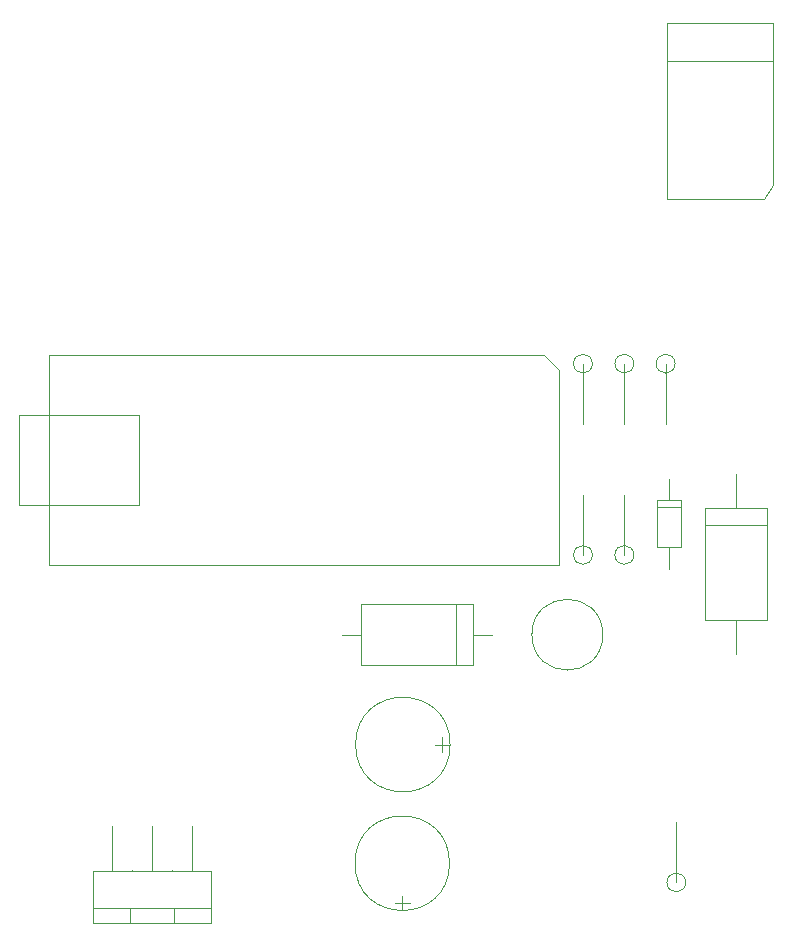
<source format=gbr>
G04 #@! TF.GenerationSoftware,KiCad,Pcbnew,(5.0.0)*
G04 #@! TF.CreationDate,2018-10-03T13:11:40+02:00*
G04 #@! TF.ProjectId,OpenSpritzer_1.02,4F70656E53707269747A65725F312E30,rev?*
G04 #@! TF.SameCoordinates,Original*
G04 #@! TF.FileFunction,Other,Fab,Top*
%FSLAX46Y46*%
G04 Gerber Fmt 4.6, Leading zero omitted, Abs format (unit mm)*
G04 Created by KiCad (PCBNEW (5.0.0)) date 10/03/18 13:11:40*
%MOMM*%
%LPD*%
G01*
G04 APERTURE LIST*
%ADD10C,0.100000*%
%ADD11C,0.150000*%
G04 APERTURE END LIST*
D10*
G04 #@! TO.C,*
X161600000Y-86870000D02*
X161600000Y-73170000D01*
X152600000Y-88050000D02*
X160850000Y-88050000D01*
X152600000Y-73170000D02*
X152600000Y-88050000D01*
X161600000Y-73170000D02*
X152600000Y-73170000D01*
X161600000Y-76350000D02*
X152600000Y-76350000D01*
X161605425Y-86866787D02*
X160850000Y-88050000D01*
X136200000Y-127550000D02*
X136200000Y-122350000D01*
X136200000Y-122350000D02*
X126700000Y-122350000D01*
X126700000Y-122350000D02*
X126700000Y-127550000D01*
X126700000Y-127550000D02*
X136200000Y-127550000D01*
X137800000Y-124950000D02*
X136200000Y-124950000D01*
X125100000Y-124950000D02*
X126700000Y-124950000D01*
X134775000Y-127550000D02*
X134775000Y-122350000D01*
X134200000Y-144300000D02*
G75*
G03X134200000Y-144300000I-4000000J0D01*
G01*
X130200000Y-148250000D02*
X130200000Y-147050000D01*
X129550000Y-147650000D02*
X130850000Y-147650000D01*
X145500000Y-102000000D02*
X145500000Y-107080000D01*
X146300000Y-102000000D02*
G75*
G03X146300000Y-102000000I-800000J0D01*
G01*
X149000000Y-102000000D02*
X149000000Y-107080000D01*
X149800000Y-102000000D02*
G75*
G03X149800000Y-102000000I-800000J0D01*
G01*
X152500000Y-102000000D02*
X152500000Y-107080000D01*
X153300000Y-102000000D02*
G75*
G03X153300000Y-102000000I-800000J0D01*
G01*
X149000000Y-118200000D02*
X149000000Y-113120000D01*
X149800000Y-118200000D02*
G75*
G03X149800000Y-118200000I-800000J0D01*
G01*
X145500000Y-118200000D02*
X145500000Y-113120000D01*
X146300000Y-118200000D02*
G75*
G03X146300000Y-118200000I-800000J0D01*
G01*
X133600000Y-134900000D02*
X133600000Y-133600000D01*
X134200000Y-134250000D02*
X133000000Y-134250000D01*
X134250000Y-134250000D02*
G75*
G03X134250000Y-134250000I-4000000J0D01*
G01*
X153400000Y-145925000D02*
X153400000Y-140845000D01*
X154200000Y-145925000D02*
G75*
G03X154200000Y-145925000I-800000J0D01*
G01*
X107950000Y-106310000D02*
X107950000Y-113930000D01*
X107950000Y-113930000D02*
X97790000Y-113930000D01*
X97790000Y-113930000D02*
X97790000Y-106310000D01*
X97790000Y-106310000D02*
X107950000Y-106310000D01*
X100330000Y-119010000D02*
X100330000Y-101230000D01*
X100330000Y-101230000D02*
X142240000Y-101230000D01*
X142240000Y-101230000D02*
X143510000Y-102500000D01*
X143510000Y-102500000D02*
X143510000Y-119010000D01*
X143510000Y-119010000D02*
X100330000Y-119010000D01*
X153800000Y-113560000D02*
X151800000Y-113560000D01*
X151800000Y-113560000D02*
X151800000Y-117560000D01*
X151800000Y-117560000D02*
X153800000Y-117560000D01*
X153800000Y-117560000D02*
X153800000Y-113560000D01*
X152800000Y-111750000D02*
X152800000Y-113560000D01*
X152800000Y-119370000D02*
X152800000Y-117560000D01*
X153800000Y-114160000D02*
X151800000Y-114160000D01*
X161080000Y-114205000D02*
X155870000Y-114205000D01*
X155870000Y-114205000D02*
X155870000Y-123735000D01*
X155870000Y-123735000D02*
X161080000Y-123735000D01*
X161080000Y-123735000D02*
X161080000Y-114205000D01*
X158475000Y-111350000D02*
X158475000Y-114205000D01*
X158475000Y-126590000D02*
X158475000Y-123735000D01*
X161080000Y-115634500D02*
X155870000Y-115634500D01*
X147175000Y-124950000D02*
G75*
G03X147175000Y-124950000I-3000000J0D01*
G01*
X114000000Y-149350000D02*
X114000000Y-144950000D01*
X114000000Y-144950000D02*
X104000000Y-144950000D01*
X104000000Y-144950000D02*
X104000000Y-149350000D01*
X104000000Y-149350000D02*
X114000000Y-149350000D01*
X114000000Y-148080000D02*
X104000000Y-148080000D01*
X110850000Y-149350000D02*
X110850000Y-148080000D01*
X107150000Y-149350000D02*
X107150000Y-148080000D01*
X112400000Y-144950000D02*
X112400000Y-141150000D01*
X110700000Y-144950000D02*
X110700000Y-144850000D01*
X109000000Y-144950000D02*
X109000000Y-141150000D01*
X107300000Y-144950000D02*
X107300000Y-144850000D01*
X105600000Y-144950000D02*
X105600000Y-141150000D01*
G04 #@! TD*
G04 #@! TO.C,*
D11*
G04 #@! TD*
M02*

</source>
